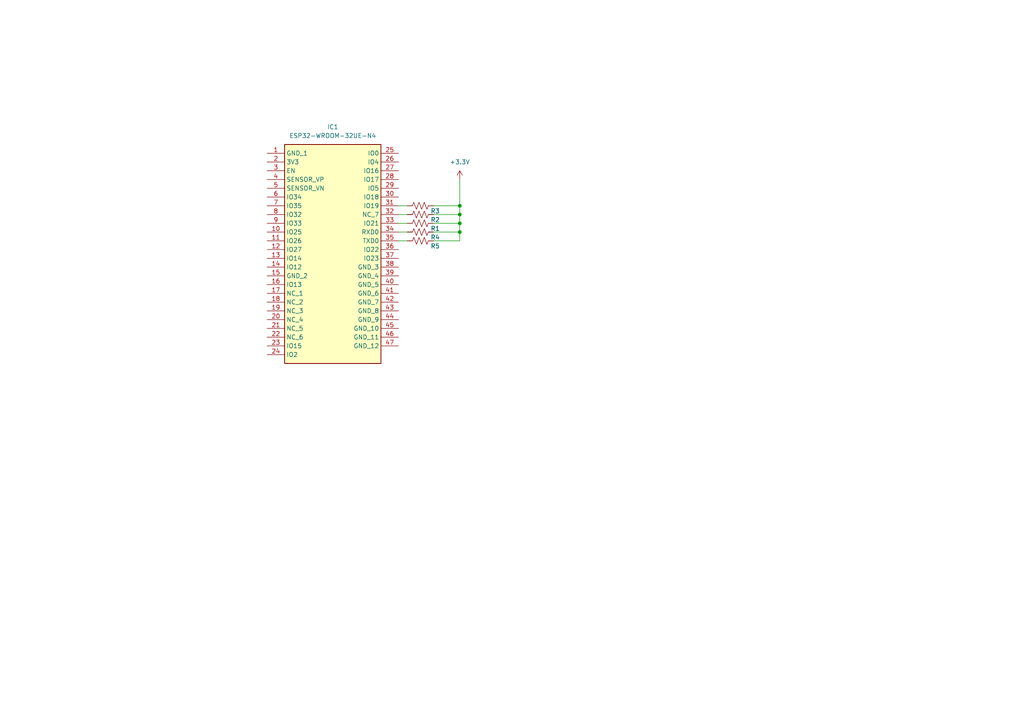
<source format=kicad_sch>
(kicad_sch
	(version 20250114)
	(generator "eeschema")
	(generator_version "9.0")
	(uuid "59b696e5-f0f5-454e-9ba2-f0c4da7fac80")
	(paper "A4")
	(lib_symbols
		(symbol "Device:R_US"
			(pin_numbers
				(hide yes)
			)
			(pin_names
				(offset 0)
			)
			(exclude_from_sim no)
			(in_bom yes)
			(on_board yes)
			(property "Reference" "R"
				(at 2.54 0 90)
				(effects
					(font
						(size 1.27 1.27)
					)
				)
			)
			(property "Value" "R_US"
				(at -2.54 0 90)
				(effects
					(font
						(size 1.27 1.27)
					)
				)
			)
			(property "Footprint" ""
				(at 1.016 -0.254 90)
				(effects
					(font
						(size 1.27 1.27)
					)
					(hide yes)
				)
			)
			(property "Datasheet" "~"
				(at 0 0 0)
				(effects
					(font
						(size 1.27 1.27)
					)
					(hide yes)
				)
			)
			(property "Description" "Resistor, US symbol"
				(at 0 0 0)
				(effects
					(font
						(size 1.27 1.27)
					)
					(hide yes)
				)
			)
			(property "ki_keywords" "R res resistor"
				(at 0 0 0)
				(effects
					(font
						(size 1.27 1.27)
					)
					(hide yes)
				)
			)
			(property "ki_fp_filters" "R_*"
				(at 0 0 0)
				(effects
					(font
						(size 1.27 1.27)
					)
					(hide yes)
				)
			)
			(symbol "R_US_0_1"
				(polyline
					(pts
						(xy 0 2.286) (xy 0 2.54)
					)
					(stroke
						(width 0)
						(type default)
					)
					(fill
						(type none)
					)
				)
				(polyline
					(pts
						(xy 0 2.286) (xy 1.016 1.905) (xy 0 1.524) (xy -1.016 1.143) (xy 0 0.762)
					)
					(stroke
						(width 0)
						(type default)
					)
					(fill
						(type none)
					)
				)
				(polyline
					(pts
						(xy 0 0.762) (xy 1.016 0.381) (xy 0 0) (xy -1.016 -0.381) (xy 0 -0.762)
					)
					(stroke
						(width 0)
						(type default)
					)
					(fill
						(type none)
					)
				)
				(polyline
					(pts
						(xy 0 -0.762) (xy 1.016 -1.143) (xy 0 -1.524) (xy -1.016 -1.905) (xy 0 -2.286)
					)
					(stroke
						(width 0)
						(type default)
					)
					(fill
						(type none)
					)
				)
				(polyline
					(pts
						(xy 0 -2.286) (xy 0 -2.54)
					)
					(stroke
						(width 0)
						(type default)
					)
					(fill
						(type none)
					)
				)
			)
			(symbol "R_US_1_1"
				(pin passive line
					(at 0 3.81 270)
					(length 1.27)
					(name "~"
						(effects
							(font
								(size 1.27 1.27)
							)
						)
					)
					(number "1"
						(effects
							(font
								(size 1.27 1.27)
							)
						)
					)
				)
				(pin passive line
					(at 0 -3.81 90)
					(length 1.27)
					(name "~"
						(effects
							(font
								(size 1.27 1.27)
							)
						)
					)
					(number "2"
						(effects
							(font
								(size 1.27 1.27)
							)
						)
					)
				)
			)
			(embedded_fonts no)
		)
		(symbol "ESP32-WROOM-32UE-N4:ESP32-WROOM-32UE-N4"
			(exclude_from_sim no)
			(in_bom yes)
			(on_board yes)
			(property "Reference" "IC"
				(at 34.29 7.62 0)
				(effects
					(font
						(size 1.27 1.27)
					)
					(justify left top)
				)
			)
			(property "Value" "ESP32-WROOM-32UE-N4"
				(at 34.29 5.08 0)
				(effects
					(font
						(size 1.27 1.27)
					)
					(justify left top)
				)
			)
			(property "Footprint" "ESP32WROOM32UEN4"
				(at 34.29 -94.92 0)
				(effects
					(font
						(size 1.27 1.27)
					)
					(justify left top)
					(hide yes)
				)
			)
			(property "Datasheet" "https://www.espressif.com/sites/default/files/documentation/esp32-wroom-32e_esp32-wroom-32ue_datasheet_en.pdf"
				(at 34.29 -194.92 0)
				(effects
					(font
						(size 1.27 1.27)
					)
					(justify left top)
					(hide yes)
				)
			)
			(property "Description" "WiFi Modules - 802.11 SMD module ESP32-WROOM-32UE, ESP32-D0WD-V3, ESP32 ECO V3, 4 MB SPI flash, IPEX antenna connector"
				(at 0 0 0)
				(effects
					(font
						(size 1.27 1.27)
					)
					(hide yes)
				)
			)
			(property "Height" "3.35"
				(at 34.29 -394.92 0)
				(effects
					(font
						(size 1.27 1.27)
					)
					(justify left top)
					(hide yes)
				)
			)
			(property "Manufacturer_Name" "Espressif Systems"
				(at 34.29 -494.92 0)
				(effects
					(font
						(size 1.27 1.27)
					)
					(justify left top)
					(hide yes)
				)
			)
			(property "Manufacturer_Part_Number" "ESP32-WROOM-32UE-N4"
				(at 34.29 -594.92 0)
				(effects
					(font
						(size 1.27 1.27)
					)
					(justify left top)
					(hide yes)
				)
			)
			(property "Mouser Part Number" "356-ESP32WRM32UE32UH"
				(at 34.29 -694.92 0)
				(effects
					(font
						(size 1.27 1.27)
					)
					(justify left top)
					(hide yes)
				)
			)
			(property "Mouser Price/Stock" "https://www.mouser.co.uk/ProductDetail/Espressif-Systems/ESP32-WROOM-32UE-N4?qs=Li%252BoUPsLEnsnnWrvUBU2ZA%3D%3D"
				(at 34.29 -794.92 0)
				(effects
					(font
						(size 1.27 1.27)
					)
					(justify left top)
					(hide yes)
				)
			)
			(property "Arrow Part Number" ""
				(at 34.29 -894.92 0)
				(effects
					(font
						(size 1.27 1.27)
					)
					(justify left top)
					(hide yes)
				)
			)
			(property "Arrow Price/Stock" ""
				(at 34.29 -994.92 0)
				(effects
					(font
						(size 1.27 1.27)
					)
					(justify left top)
					(hide yes)
				)
			)
			(symbol "ESP32-WROOM-32UE-N4_1_1"
				(rectangle
					(start 5.08 2.54)
					(end 33.02 -60.96)
					(stroke
						(width 0.254)
						(type default)
					)
					(fill
						(type background)
					)
				)
				(pin passive line
					(at 0 0 0)
					(length 5.08)
					(name "GND_1"
						(effects
							(font
								(size 1.27 1.27)
							)
						)
					)
					(number "1"
						(effects
							(font
								(size 1.27 1.27)
							)
						)
					)
				)
				(pin passive line
					(at 0 -2.54 0)
					(length 5.08)
					(name "3V3"
						(effects
							(font
								(size 1.27 1.27)
							)
						)
					)
					(number "2"
						(effects
							(font
								(size 1.27 1.27)
							)
						)
					)
				)
				(pin passive line
					(at 0 -5.08 0)
					(length 5.08)
					(name "EN"
						(effects
							(font
								(size 1.27 1.27)
							)
						)
					)
					(number "3"
						(effects
							(font
								(size 1.27 1.27)
							)
						)
					)
				)
				(pin passive line
					(at 0 -7.62 0)
					(length 5.08)
					(name "SENSOR_VP"
						(effects
							(font
								(size 1.27 1.27)
							)
						)
					)
					(number "4"
						(effects
							(font
								(size 1.27 1.27)
							)
						)
					)
				)
				(pin passive line
					(at 0 -10.16 0)
					(length 5.08)
					(name "SENSOR_VN"
						(effects
							(font
								(size 1.27 1.27)
							)
						)
					)
					(number "5"
						(effects
							(font
								(size 1.27 1.27)
							)
						)
					)
				)
				(pin passive line
					(at 0 -12.7 0)
					(length 5.08)
					(name "IO34"
						(effects
							(font
								(size 1.27 1.27)
							)
						)
					)
					(number "6"
						(effects
							(font
								(size 1.27 1.27)
							)
						)
					)
				)
				(pin passive line
					(at 0 -15.24 0)
					(length 5.08)
					(name "IO35"
						(effects
							(font
								(size 1.27 1.27)
							)
						)
					)
					(number "7"
						(effects
							(font
								(size 1.27 1.27)
							)
						)
					)
				)
				(pin passive line
					(at 0 -17.78 0)
					(length 5.08)
					(name "IO32"
						(effects
							(font
								(size 1.27 1.27)
							)
						)
					)
					(number "8"
						(effects
							(font
								(size 1.27 1.27)
							)
						)
					)
				)
				(pin passive line
					(at 0 -20.32 0)
					(length 5.08)
					(name "IO33"
						(effects
							(font
								(size 1.27 1.27)
							)
						)
					)
					(number "9"
						(effects
							(font
								(size 1.27 1.27)
							)
						)
					)
				)
				(pin passive line
					(at 0 -22.86 0)
					(length 5.08)
					(name "IO25"
						(effects
							(font
								(size 1.27 1.27)
							)
						)
					)
					(number "10"
						(effects
							(font
								(size 1.27 1.27)
							)
						)
					)
				)
				(pin passive line
					(at 0 -25.4 0)
					(length 5.08)
					(name "IO26"
						(effects
							(font
								(size 1.27 1.27)
							)
						)
					)
					(number "11"
						(effects
							(font
								(size 1.27 1.27)
							)
						)
					)
				)
				(pin passive line
					(at 0 -27.94 0)
					(length 5.08)
					(name "IO27"
						(effects
							(font
								(size 1.27 1.27)
							)
						)
					)
					(number "12"
						(effects
							(font
								(size 1.27 1.27)
							)
						)
					)
				)
				(pin passive line
					(at 0 -30.48 0)
					(length 5.08)
					(name "IO14"
						(effects
							(font
								(size 1.27 1.27)
							)
						)
					)
					(number "13"
						(effects
							(font
								(size 1.27 1.27)
							)
						)
					)
				)
				(pin passive line
					(at 0 -33.02 0)
					(length 5.08)
					(name "IO12"
						(effects
							(font
								(size 1.27 1.27)
							)
						)
					)
					(number "14"
						(effects
							(font
								(size 1.27 1.27)
							)
						)
					)
				)
				(pin passive line
					(at 0 -35.56 0)
					(length 5.08)
					(name "GND_2"
						(effects
							(font
								(size 1.27 1.27)
							)
						)
					)
					(number "15"
						(effects
							(font
								(size 1.27 1.27)
							)
						)
					)
				)
				(pin passive line
					(at 0 -38.1 0)
					(length 5.08)
					(name "IO13"
						(effects
							(font
								(size 1.27 1.27)
							)
						)
					)
					(number "16"
						(effects
							(font
								(size 1.27 1.27)
							)
						)
					)
				)
				(pin passive line
					(at 0 -40.64 0)
					(length 5.08)
					(name "NC_1"
						(effects
							(font
								(size 1.27 1.27)
							)
						)
					)
					(number "17"
						(effects
							(font
								(size 1.27 1.27)
							)
						)
					)
				)
				(pin passive line
					(at 0 -43.18 0)
					(length 5.08)
					(name "NC_2"
						(effects
							(font
								(size 1.27 1.27)
							)
						)
					)
					(number "18"
						(effects
							(font
								(size 1.27 1.27)
							)
						)
					)
				)
				(pin passive line
					(at 0 -45.72 0)
					(length 5.08)
					(name "NC_3"
						(effects
							(font
								(size 1.27 1.27)
							)
						)
					)
					(number "19"
						(effects
							(font
								(size 1.27 1.27)
							)
						)
					)
				)
				(pin passive line
					(at 0 -48.26 0)
					(length 5.08)
					(name "NC_4"
						(effects
							(font
								(size 1.27 1.27)
							)
						)
					)
					(number "20"
						(effects
							(font
								(size 1.27 1.27)
							)
						)
					)
				)
				(pin passive line
					(at 0 -50.8 0)
					(length 5.08)
					(name "NC_5"
						(effects
							(font
								(size 1.27 1.27)
							)
						)
					)
					(number "21"
						(effects
							(font
								(size 1.27 1.27)
							)
						)
					)
				)
				(pin passive line
					(at 0 -53.34 0)
					(length 5.08)
					(name "NC_6"
						(effects
							(font
								(size 1.27 1.27)
							)
						)
					)
					(number "22"
						(effects
							(font
								(size 1.27 1.27)
							)
						)
					)
				)
				(pin passive line
					(at 0 -55.88 0)
					(length 5.08)
					(name "IO15"
						(effects
							(font
								(size 1.27 1.27)
							)
						)
					)
					(number "23"
						(effects
							(font
								(size 1.27 1.27)
							)
						)
					)
				)
				(pin passive line
					(at 0 -58.42 0)
					(length 5.08)
					(name "IO2"
						(effects
							(font
								(size 1.27 1.27)
							)
						)
					)
					(number "24"
						(effects
							(font
								(size 1.27 1.27)
							)
						)
					)
				)
				(pin passive line
					(at 38.1 0 180)
					(length 5.08)
					(name "IO0"
						(effects
							(font
								(size 1.27 1.27)
							)
						)
					)
					(number "25"
						(effects
							(font
								(size 1.27 1.27)
							)
						)
					)
				)
				(pin passive line
					(at 38.1 -2.54 180)
					(length 5.08)
					(name "IO4"
						(effects
							(font
								(size 1.27 1.27)
							)
						)
					)
					(number "26"
						(effects
							(font
								(size 1.27 1.27)
							)
						)
					)
				)
				(pin passive line
					(at 38.1 -5.08 180)
					(length 5.08)
					(name "IO16"
						(effects
							(font
								(size 1.27 1.27)
							)
						)
					)
					(number "27"
						(effects
							(font
								(size 1.27 1.27)
							)
						)
					)
				)
				(pin passive line
					(at 38.1 -7.62 180)
					(length 5.08)
					(name "IO17"
						(effects
							(font
								(size 1.27 1.27)
							)
						)
					)
					(number "28"
						(effects
							(font
								(size 1.27 1.27)
							)
						)
					)
				)
				(pin passive line
					(at 38.1 -10.16 180)
					(length 5.08)
					(name "IO5"
						(effects
							(font
								(size 1.27 1.27)
							)
						)
					)
					(number "29"
						(effects
							(font
								(size 1.27 1.27)
							)
						)
					)
				)
				(pin passive line
					(at 38.1 -12.7 180)
					(length 5.08)
					(name "IO18"
						(effects
							(font
								(size 1.27 1.27)
							)
						)
					)
					(number "30"
						(effects
							(font
								(size 1.27 1.27)
							)
						)
					)
				)
				(pin passive line
					(at 38.1 -15.24 180)
					(length 5.08)
					(name "IO19"
						(effects
							(font
								(size 1.27 1.27)
							)
						)
					)
					(number "31"
						(effects
							(font
								(size 1.27 1.27)
							)
						)
					)
				)
				(pin passive line
					(at 38.1 -17.78 180)
					(length 5.08)
					(name "NC_7"
						(effects
							(font
								(size 1.27 1.27)
							)
						)
					)
					(number "32"
						(effects
							(font
								(size 1.27 1.27)
							)
						)
					)
				)
				(pin passive line
					(at 38.1 -20.32 180)
					(length 5.08)
					(name "IO21"
						(effects
							(font
								(size 1.27 1.27)
							)
						)
					)
					(number "33"
						(effects
							(font
								(size 1.27 1.27)
							)
						)
					)
				)
				(pin passive line
					(at 38.1 -22.86 180)
					(length 5.08)
					(name "RXD0"
						(effects
							(font
								(size 1.27 1.27)
							)
						)
					)
					(number "34"
						(effects
							(font
								(size 1.27 1.27)
							)
						)
					)
				)
				(pin passive line
					(at 38.1 -25.4 180)
					(length 5.08)
					(name "TXD0"
						(effects
							(font
								(size 1.27 1.27)
							)
						)
					)
					(number "35"
						(effects
							(font
								(size 1.27 1.27)
							)
						)
					)
				)
				(pin passive line
					(at 38.1 -27.94 180)
					(length 5.08)
					(name "IO22"
						(effects
							(font
								(size 1.27 1.27)
							)
						)
					)
					(number "36"
						(effects
							(font
								(size 1.27 1.27)
							)
						)
					)
				)
				(pin passive line
					(at 38.1 -30.48 180)
					(length 5.08)
					(name "IO23"
						(effects
							(font
								(size 1.27 1.27)
							)
						)
					)
					(number "37"
						(effects
							(font
								(size 1.27 1.27)
							)
						)
					)
				)
				(pin passive line
					(at 38.1 -33.02 180)
					(length 5.08)
					(name "GND_3"
						(effects
							(font
								(size 1.27 1.27)
							)
						)
					)
					(number "38"
						(effects
							(font
								(size 1.27 1.27)
							)
						)
					)
				)
				(pin passive line
					(at 38.1 -35.56 180)
					(length 5.08)
					(name "GND_4"
						(effects
							(font
								(size 1.27 1.27)
							)
						)
					)
					(number "39"
						(effects
							(font
								(size 1.27 1.27)
							)
						)
					)
				)
				(pin passive line
					(at 38.1 -38.1 180)
					(length 5.08)
					(name "GND_5"
						(effects
							(font
								(size 1.27 1.27)
							)
						)
					)
					(number "40"
						(effects
							(font
								(size 1.27 1.27)
							)
						)
					)
				)
				(pin passive line
					(at 38.1 -40.64 180)
					(length 5.08)
					(name "GND_6"
						(effects
							(font
								(size 1.27 1.27)
							)
						)
					)
					(number "41"
						(effects
							(font
								(size 1.27 1.27)
							)
						)
					)
				)
				(pin passive line
					(at 38.1 -43.18 180)
					(length 5.08)
					(name "GND_7"
						(effects
							(font
								(size 1.27 1.27)
							)
						)
					)
					(number "42"
						(effects
							(font
								(size 1.27 1.27)
							)
						)
					)
				)
				(pin passive line
					(at 38.1 -45.72 180)
					(length 5.08)
					(name "GND_8"
						(effects
							(font
								(size 1.27 1.27)
							)
						)
					)
					(number "43"
						(effects
							(font
								(size 1.27 1.27)
							)
						)
					)
				)
				(pin passive line
					(at 38.1 -48.26 180)
					(length 5.08)
					(name "GND_9"
						(effects
							(font
								(size 1.27 1.27)
							)
						)
					)
					(number "44"
						(effects
							(font
								(size 1.27 1.27)
							)
						)
					)
				)
				(pin passive line
					(at 38.1 -50.8 180)
					(length 5.08)
					(name "GND_10"
						(effects
							(font
								(size 1.27 1.27)
							)
						)
					)
					(number "45"
						(effects
							(font
								(size 1.27 1.27)
							)
						)
					)
				)
				(pin passive line
					(at 38.1 -53.34 180)
					(length 5.08)
					(name "GND_11"
						(effects
							(font
								(size 1.27 1.27)
							)
						)
					)
					(number "46"
						(effects
							(font
								(size 1.27 1.27)
							)
						)
					)
				)
				(pin passive line
					(at 38.1 -55.88 180)
					(length 5.08)
					(name "GND_12"
						(effects
							(font
								(size 1.27 1.27)
							)
						)
					)
					(number "47"
						(effects
							(font
								(size 1.27 1.27)
							)
						)
					)
				)
			)
			(embedded_fonts no)
		)
		(symbol "power:+3.3V"
			(power)
			(pin_numbers
				(hide yes)
			)
			(pin_names
				(offset 0)
				(hide yes)
			)
			(exclude_from_sim no)
			(in_bom yes)
			(on_board yes)
			(property "Reference" "#PWR"
				(at 0 -3.81 0)
				(effects
					(font
						(size 1.27 1.27)
					)
					(hide yes)
				)
			)
			(property "Value" "+3.3V"
				(at 0 3.556 0)
				(effects
					(font
						(size 1.27 1.27)
					)
				)
			)
			(property "Footprint" ""
				(at 0 0 0)
				(effects
					(font
						(size 1.27 1.27)
					)
					(hide yes)
				)
			)
			(property "Datasheet" ""
				(at 0 0 0)
				(effects
					(font
						(size 1.27 1.27)
					)
					(hide yes)
				)
			)
			(property "Description" "Power symbol creates a global label with name \"+3.3V\""
				(at 0 0 0)
				(effects
					(font
						(size 1.27 1.27)
					)
					(hide yes)
				)
			)
			(property "ki_keywords" "global power"
				(at 0 0 0)
				(effects
					(font
						(size 1.27 1.27)
					)
					(hide yes)
				)
			)
			(symbol "+3.3V_0_1"
				(polyline
					(pts
						(xy -0.762 1.27) (xy 0 2.54)
					)
					(stroke
						(width 0)
						(type default)
					)
					(fill
						(type none)
					)
				)
				(polyline
					(pts
						(xy 0 2.54) (xy 0.762 1.27)
					)
					(stroke
						(width 0)
						(type default)
					)
					(fill
						(type none)
					)
				)
				(polyline
					(pts
						(xy 0 0) (xy 0 2.54)
					)
					(stroke
						(width 0)
						(type default)
					)
					(fill
						(type none)
					)
				)
			)
			(symbol "+3.3V_1_1"
				(pin power_in line
					(at 0 0 90)
					(length 0)
					(name "~"
						(effects
							(font
								(size 1.27 1.27)
							)
						)
					)
					(number "1"
						(effects
							(font
								(size 1.27 1.27)
							)
						)
					)
				)
			)
			(embedded_fonts no)
		)
	)
	(junction
		(at 133.35 59.69)
		(diameter 0)
		(color 0 0 0 0)
		(uuid "71eb8097-81b8-4268-b24c-4124f7cfe51b")
	)
	(junction
		(at 133.35 62.23)
		(diameter 0)
		(color 0 0 0 0)
		(uuid "83b22fc8-c6bd-4c35-8eb2-dc6714f34ed2")
	)
	(junction
		(at 133.35 64.77)
		(diameter 0)
		(color 0 0 0 0)
		(uuid "b28d1ac1-f786-4087-bf8d-e670b42c0a36")
	)
	(junction
		(at 133.35 67.31)
		(diameter 0)
		(color 0 0 0 0)
		(uuid "ea6570cc-84a7-4b38-af83-6cc83eb4dc5a")
	)
	(wire
		(pts
			(xy 115.57 69.85) (xy 118.11 69.85)
		)
		(stroke
			(width 0)
			(type default)
		)
		(uuid "21d42936-c2c0-47cd-bf07-8b610952ab8b")
	)
	(wire
		(pts
			(xy 133.35 52.07) (xy 133.35 59.69)
		)
		(stroke
			(width 0)
			(type default)
		)
		(uuid "35f1a119-18f5-4db2-bc20-dba54c6fb46a")
	)
	(wire
		(pts
			(xy 115.57 67.31) (xy 118.11 67.31)
		)
		(stroke
			(width 0)
			(type default)
		)
		(uuid "5af4a26f-d4ca-4bad-9230-189bd5a24595")
	)
	(wire
		(pts
			(xy 133.35 69.85) (xy 133.35 67.31)
		)
		(stroke
			(width 0)
			(type default)
		)
		(uuid "6eef8961-efe6-4617-bdc9-aa464231fb2a")
	)
	(wire
		(pts
			(xy 133.35 67.31) (xy 133.35 64.77)
		)
		(stroke
			(width 0)
			(type default)
		)
		(uuid "8e3accdc-af3d-4a67-9d91-814c2c72e78a")
	)
	(wire
		(pts
			(xy 115.57 64.77) (xy 118.11 64.77)
		)
		(stroke
			(width 0)
			(type default)
		)
		(uuid "90ab5bc2-aa39-4cc4-9dcf-00a3923bf60b")
	)
	(wire
		(pts
			(xy 125.73 62.23) (xy 133.35 62.23)
		)
		(stroke
			(width 0)
			(type default)
		)
		(uuid "91f138d3-c747-4929-8410-f4e97ac5f8e0")
	)
	(wire
		(pts
			(xy 115.57 59.69) (xy 118.11 59.69)
		)
		(stroke
			(width 0)
			(type default)
		)
		(uuid "92bda424-b91c-40cc-bc72-499d14cb5571")
	)
	(wire
		(pts
			(xy 125.73 67.31) (xy 133.35 67.31)
		)
		(stroke
			(width 0)
			(type default)
		)
		(uuid "9c3383a7-67a7-40fd-981f-a141e71d5467")
	)
	(wire
		(pts
			(xy 133.35 62.23) (xy 133.35 59.69)
		)
		(stroke
			(width 0)
			(type default)
		)
		(uuid "a3b1a489-d197-470b-8bcc-3865a17995d4")
	)
	(wire
		(pts
			(xy 115.57 62.23) (xy 118.11 62.23)
		)
		(stroke
			(width 0)
			(type default)
		)
		(uuid "d4c73fe0-aee1-4b1f-ac45-01292c26e570")
	)
	(wire
		(pts
			(xy 133.35 64.77) (xy 133.35 62.23)
		)
		(stroke
			(width 0)
			(type default)
		)
		(uuid "d9cabe64-fe57-47db-a38e-16a2353fbd31")
	)
	(wire
		(pts
			(xy 125.73 69.85) (xy 133.35 69.85)
		)
		(stroke
			(width 0)
			(type default)
		)
		(uuid "e92cb632-b082-45c2-8978-c99ffbf185fa")
	)
	(wire
		(pts
			(xy 125.73 59.69) (xy 133.35 59.69)
		)
		(stroke
			(width 0)
			(type default)
		)
		(uuid "fa2ea9b9-1630-43d0-80ec-de9df3c9ae24")
	)
	(wire
		(pts
			(xy 125.73 64.77) (xy 133.35 64.77)
		)
		(stroke
			(width 0)
			(type default)
		)
		(uuid "fc03ce9a-07d8-40a1-bdc5-f478d56c75ef")
	)
	(symbol
		(lib_id "Device:R_US")
		(at 121.92 62.23 90)
		(unit 1)
		(exclude_from_sim no)
		(in_bom yes)
		(on_board yes)
		(dnp no)
		(uuid "3357c12b-07ba-47b2-8be0-e3748cbe321e")
		(property "Reference" "R2"
			(at 126.238 63.754 90)
			(effects
				(font
					(size 1.27 1.27)
				)
			)
		)
		(property "Value" "R_US"
			(at 121.92 58.42 90)
			(effects
				(font
					(size 1.27 1.27)
				)
				(hide yes)
			)
		)
		(property "Footprint" "Resistor_SMD:R_0603_1608Metric"
			(at 122.174 61.214 90)
			(effects
				(font
					(size 1.27 1.27)
				)
				(hide yes)
			)
		)
		(property "Datasheet" "~"
			(at 121.92 62.23 0)
			(effects
				(font
					(size 1.27 1.27)
				)
				(hide yes)
			)
		)
		(property "Description" "Resistor, US symbol"
			(at 121.92 62.23 0)
			(effects
				(font
					(size 1.27 1.27)
				)
				(hide yes)
			)
		)
		(pin "2"
			(uuid "1b112ebf-cc67-460b-9f4a-4727a7d9574a")
		)
		(pin "1"
			(uuid "55a7073f-32c1-44d8-9985-6d8d0d917bbc")
		)
		(instances
			(project "sample"
				(path "/59b696e5-f0f5-454e-9ba2-f0c4da7fac80"
					(reference "R2")
					(unit 1)
				)
			)
		)
	)
	(symbol
		(lib_id "Device:R_US")
		(at 121.92 69.85 90)
		(unit 1)
		(exclude_from_sim no)
		(in_bom yes)
		(on_board yes)
		(dnp no)
		(uuid "6853b9b9-7430-42c4-a01c-7fa95836b835")
		(property "Reference" "R5"
			(at 126.238 71.374 90)
			(effects
				(font
					(size 1.27 1.27)
				)
			)
		)
		(property "Value" "R_US"
			(at 121.92 66.04 90)
			(effects
				(font
					(size 1.27 1.27)
				)
				(hide yes)
			)
		)
		(property "Footprint" "Resistor_SMD:R_0603_1608Metric"
			(at 122.174 68.834 90)
			(effects
				(font
					(size 1.27 1.27)
				)
				(hide yes)
			)
		)
		(property "Datasheet" "~"
			(at 121.92 69.85 0)
			(effects
				(font
					(size 1.27 1.27)
				)
				(hide yes)
			)
		)
		(property "Description" "Resistor, US symbol"
			(at 121.92 69.85 0)
			(effects
				(font
					(size 1.27 1.27)
				)
				(hide yes)
			)
		)
		(pin "2"
			(uuid "bd630e99-f1e1-4243-a8e7-e681d3b29ad7")
		)
		(pin "1"
			(uuid "f20124dc-132f-4b1d-ae5b-e037610c18f5")
		)
		(instances
			(project "sample"
				(path "/59b696e5-f0f5-454e-9ba2-f0c4da7fac80"
					(reference "R5")
					(unit 1)
				)
			)
		)
	)
	(symbol
		(lib_id "Device:R_US")
		(at 121.92 64.77 90)
		(unit 1)
		(exclude_from_sim no)
		(in_bom yes)
		(on_board yes)
		(dnp no)
		(uuid "6e9a6d2f-dd07-4cef-9c26-1d172e7e3add")
		(property "Reference" "R1"
			(at 126.238 66.294 90)
			(effects
				(font
					(size 1.27 1.27)
				)
			)
		)
		(property "Value" "R_US"
			(at 121.92 60.96 90)
			(effects
				(font
					(size 1.27 1.27)
				)
				(hide yes)
			)
		)
		(property "Footprint" "Resistor_SMD:R_0603_1608Metric"
			(at 122.174 63.754 90)
			(effects
				(font
					(size 1.27 1.27)
				)
				(hide yes)
			)
		)
		(property "Datasheet" "~"
			(at 121.92 64.77 0)
			(effects
				(font
					(size 1.27 1.27)
				)
				(hide yes)
			)
		)
		(property "Description" "Resistor, US symbol"
			(at 121.92 64.77 0)
			(effects
				(font
					(size 1.27 1.27)
				)
				(hide yes)
			)
		)
		(pin "2"
			(uuid "aae04a7a-0323-4eef-8661-31135f49e72d")
		)
		(pin "1"
			(uuid "7f0632f1-16b8-4735-bde8-2fb607b8763c")
		)
		(instances
			(project "sample"
				(path "/59b696e5-f0f5-454e-9ba2-f0c4da7fac80"
					(reference "R1")
					(unit 1)
				)
			)
		)
	)
	(symbol
		(lib_id "Device:R_US")
		(at 121.92 59.69 90)
		(unit 1)
		(exclude_from_sim no)
		(in_bom yes)
		(on_board yes)
		(dnp no)
		(uuid "7996464c-5831-4630-81a0-80d76c4f946e")
		(property "Reference" "R3"
			(at 126.238 61.214 90)
			(effects
				(font
					(size 1.27 1.27)
				)
			)
		)
		(property "Value" "R_US"
			(at 121.92 55.88 90)
			(effects
				(font
					(size 1.27 1.27)
				)
				(hide yes)
			)
		)
		(property "Footprint" "Resistor_SMD:R_0603_1608Metric"
			(at 122.174 58.674 90)
			(effects
				(font
					(size 1.27 1.27)
				)
				(hide yes)
			)
		)
		(property "Datasheet" "~"
			(at 121.92 59.69 0)
			(effects
				(font
					(size 1.27 1.27)
				)
				(hide yes)
			)
		)
		(property "Description" "Resistor, US symbol"
			(at 121.92 59.69 0)
			(effects
				(font
					(size 1.27 1.27)
				)
				(hide yes)
			)
		)
		(pin "2"
			(uuid "a1653b23-27f4-4dec-9877-9ce0304ace62")
		)
		(pin "1"
			(uuid "5038434d-76ca-4202-b41c-6e1dbbde450a")
		)
		(instances
			(project "sample"
				(path "/59b696e5-f0f5-454e-9ba2-f0c4da7fac80"
					(reference "R3")
					(unit 1)
				)
			)
		)
	)
	(symbol
		(lib_id "Device:R_US")
		(at 121.92 67.31 90)
		(unit 1)
		(exclude_from_sim no)
		(in_bom yes)
		(on_board yes)
		(dnp no)
		(uuid "9cae8836-db3a-4ea3-8ec8-c9aca2b703cb")
		(property "Reference" "R4"
			(at 126.238 68.834 90)
			(effects
				(font
					(size 1.27 1.27)
				)
			)
		)
		(property "Value" "R_US"
			(at 121.92 63.5 90)
			(effects
				(font
					(size 1.27 1.27)
				)
				(hide yes)
			)
		)
		(property "Footprint" "Resistor_SMD:R_0603_1608Metric"
			(at 122.174 66.294 90)
			(effects
				(font
					(size 1.27 1.27)
				)
				(hide yes)
			)
		)
		(property "Datasheet" "~"
			(at 121.92 67.31 0)
			(effects
				(font
					(size 1.27 1.27)
				)
				(hide yes)
			)
		)
		(property "Description" "Resistor, US symbol"
			(at 121.92 67.31 0)
			(effects
				(font
					(size 1.27 1.27)
				)
				(hide yes)
			)
		)
		(pin "2"
			(uuid "9354b6d3-30a6-41c5-8c71-a41501af159c")
		)
		(pin "1"
			(uuid "18e7a96a-1b59-46d6-abf6-4b2bd9a38d03")
		)
		(instances
			(project "sample"
				(path "/59b696e5-f0f5-454e-9ba2-f0c4da7fac80"
					(reference "R4")
					(unit 1)
				)
			)
		)
	)
	(symbol
		(lib_id "power:+3.3V")
		(at 133.35 52.07 0)
		(unit 1)
		(exclude_from_sim no)
		(in_bom yes)
		(on_board yes)
		(dnp no)
		(fields_autoplaced yes)
		(uuid "ba462be6-7c23-4059-b613-10c39ef0731c")
		(property "Reference" "#PWR01"
			(at 133.35 55.88 0)
			(effects
				(font
					(size 1.27 1.27)
				)
				(hide yes)
			)
		)
		(property "Value" "+3.3V"
			(at 133.35 46.99 0)
			(effects
				(font
					(size 1.27 1.27)
				)
			)
		)
		(property "Footprint" ""
			(at 133.35 52.07 0)
			(effects
				(font
					(size 1.27 1.27)
				)
				(hide yes)
			)
		)
		(property "Datasheet" ""
			(at 133.35 52.07 0)
			(effects
				(font
					(size 1.27 1.27)
				)
				(hide yes)
			)
		)
		(property "Description" "Power symbol creates a global label with name \"+3.3V\""
			(at 133.35 52.07 0)
			(effects
				(font
					(size 1.27 1.27)
				)
				(hide yes)
			)
		)
		(pin "1"
			(uuid "e94044a6-055c-446d-b690-dad1383bb87c")
		)
		(instances
			(project ""
				(path "/59b696e5-f0f5-454e-9ba2-f0c4da7fac80"
					(reference "#PWR01")
					(unit 1)
				)
			)
		)
	)
	(symbol
		(lib_id "ESP32-WROOM-32UE-N4:ESP32-WROOM-32UE-N4")
		(at 77.47 44.45 0)
		(unit 1)
		(exclude_from_sim no)
		(in_bom yes)
		(on_board yes)
		(dnp no)
		(fields_autoplaced yes)
		(uuid "bb1d9129-af06-42e5-b2de-bfd5ffde1748")
		(property "Reference" "IC1"
			(at 96.52 36.83 0)
			(effects
				(font
					(size 1.27 1.27)
				)
			)
		)
		(property "Value" "ESP32-WROOM-32UE-N4"
			(at 96.52 39.37 0)
			(effects
				(font
					(size 1.27 1.27)
				)
			)
		)
		(property "Footprint" "RF_Module:ESP32-WROOM-32D"
			(at 111.76 139.37 0)
			(effects
				(font
					(size 1.27 1.27)
				)
				(justify left top)
				(hide yes)
			)
		)
		(property "Datasheet" "https://www.espressif.com/sites/default/files/documentation/esp32-wroom-32e_esp32-wroom-32ue_datasheet_en.pdf"
			(at 111.76 239.37 0)
			(effects
				(font
					(size 1.27 1.27)
				)
				(justify left top)
				(hide yes)
			)
		)
		(property "Description" "WiFi Modules - 802.11 SMD module ESP32-WROOM-32UE, ESP32-D0WD-V3, ESP32 ECO V3, 4 MB SPI flash, IPEX antenna connector"
			(at 77.47 44.45 0)
			(effects
				(font
					(size 1.27 1.27)
				)
				(hide yes)
			)
		)
		(property "Height" "3.35"
			(at 111.76 439.37 0)
			(effects
				(font
					(size 1.27 1.27)
				)
				(justify left top)
				(hide yes)
			)
		)
		(property "Manufacturer_Name" "Espressif Systems"
			(at 111.76 539.37 0)
			(effects
				(font
					(size 1.27 1.27)
				)
				(justify left top)
				(hide yes)
			)
		)
		(property "Manufacturer_Part_Number" "ESP32-WROOM-32UE-N4"
			(at 111.76 639.37 0)
			(effects
				(font
					(size 1.27 1.27)
				)
				(justify left top)
				(hide yes)
			)
		)
		(property "Mouser Part Number" "356-ESP32WRM32UE32UH"
			(at 111.76 739.37 0)
			(effects
				(font
					(size 1.27 1.27)
				)
				(justify left top)
				(hide yes)
			)
		)
		(property "Mouser Price/Stock" "https://www.mouser.co.uk/ProductDetail/Espressif-Systems/ESP32-WROOM-32UE-N4?qs=Li%252BoUPsLEnsnnWrvUBU2ZA%3D%3D"
			(at 111.76 839.37 0)
			(effects
				(font
					(size 1.27 1.27)
				)
				(justify left top)
				(hide yes)
			)
		)
		(property "Arrow Part Number" ""
			(at 111.76 939.37 0)
			(effects
				(font
					(size 1.27 1.27)
				)
				(justify left top)
				(hide yes)
			)
		)
		(property "Arrow Price/Stock" ""
			(at 111.76 1039.37 0)
			(effects
				(font
					(size 1.27 1.27)
				)
				(justify left top)
				(hide yes)
			)
		)
		(pin "10"
			(uuid "8c19a335-043f-4b50-9b4b-250df5afb4f0")
		)
		(pin "3"
			(uuid "1a8ec23d-b04e-44aa-80a2-1ea410b020d9")
		)
		(pin "2"
			(uuid "e01c7fb1-c504-45c4-8442-3bb17cf675e5")
		)
		(pin "6"
			(uuid "82281cb1-1f93-4757-8345-287c2febbbdb")
		)
		(pin "1"
			(uuid "40cfbcc1-94dc-43c6-93ae-8f765a3ca2b0")
		)
		(pin "4"
			(uuid "50c85851-1196-40e4-ac4f-e9d84eb014d3")
		)
		(pin "8"
			(uuid "f6774319-15c4-4fec-90d7-ff3bd505dfe1")
		)
		(pin "9"
			(uuid "4634c375-a83f-428b-95b0-11b918e09cf7")
		)
		(pin "5"
			(uuid "d298b825-ff4e-4306-b96c-603c9b8cc78a")
		)
		(pin "7"
			(uuid "7e3a7fd5-0f54-493e-a11c-1599010f4b52")
		)
		(pin "19"
			(uuid "6704b86c-e06c-42b0-9fea-b731faf99e15")
		)
		(pin "15"
			(uuid "471ba270-82aa-45b7-a3f1-ae8c2f03213c")
		)
		(pin "33"
			(uuid "f58a867b-7678-451d-aeea-8b109691918c")
		)
		(pin "36"
			(uuid "026c5b99-d0ea-4e6a-b41f-5ea9a296f843")
		)
		(pin "34"
			(uuid "fd6eae50-6f7a-46e9-b980-ace68204f9ea")
		)
		(pin "39"
			(uuid "8f9fb1c9-45cf-4557-9e61-8548f6b41d3b")
		)
		(pin "41"
			(uuid "3eb708b3-06d2-4084-8815-e829c8c3c2a0")
		)
		(pin "12"
			(uuid "9cd916b5-357d-417d-8527-835cf717aefb")
		)
		(pin "17"
			(uuid "9ad5c58c-38b1-4085-9f3b-c068802a0cbc")
		)
		(pin "20"
			(uuid "5fdd1076-4c6e-483c-9b87-dbb0782f8890")
		)
		(pin "30"
			(uuid "3a1a8f4c-8d0e-4ebb-8c14-11ad6fd424fb")
		)
		(pin "14"
			(uuid "ecd815e6-9634-44f8-a415-dc315d82f666")
		)
		(pin "22"
			(uuid "42476beb-c3dc-4d56-ab86-510e037cad19")
		)
		(pin "26"
			(uuid "e17bad72-7bef-4a3a-8369-19432a505531")
		)
		(pin "25"
			(uuid "51747bd7-078e-49b9-8b51-afcb88a577a9")
		)
		(pin "11"
			(uuid "e03862b7-3329-48bc-a7ce-22668400a96c")
		)
		(pin "32"
			(uuid "1b66d444-6a09-4f4c-9207-dc55d8710419")
		)
		(pin "31"
			(uuid "24f006d1-d8dc-44e3-983f-5e901e97e1d8")
		)
		(pin "21"
			(uuid "6091ddc8-645e-469b-bb63-35b50b7e6692")
		)
		(pin "16"
			(uuid "d512149f-fb09-4204-b05a-a5e36596d254")
		)
		(pin "18"
			(uuid "ae7f4193-9d47-46df-886d-fdabcd14e774")
		)
		(pin "23"
			(uuid "a49b711e-1bbc-4fac-9045-e4eaedaf5734")
		)
		(pin "13"
			(uuid "e477042b-8339-4e8f-b962-71a092c9edd0")
		)
		(pin "27"
			(uuid "6f017cce-15d3-499e-bdf1-f6472381ec70")
		)
		(pin "29"
			(uuid "143c0cf7-00e8-4cb0-b4f8-2e75217cb7a2")
		)
		(pin "28"
			(uuid "970f3fd7-1181-42d0-afc4-0a0da16aa886")
		)
		(pin "24"
			(uuid "5846d298-1834-4ec9-9a4e-f81690180fe7")
		)
		(pin "35"
			(uuid "dee4036c-00ea-4284-902a-cd5660330aed")
		)
		(pin "37"
			(uuid "692c3f77-4d3c-447f-affa-98825ac49d1f")
		)
		(pin "38"
			(uuid "371da7a4-ab5f-4698-aae5-c9b5af3c1e44")
		)
		(pin "40"
			(uuid "0d68ae8e-0f14-4efb-98c1-f3614b0f9927")
		)
		(pin "42"
			(uuid "98acfc2b-8f73-4088-a3a1-8d5e6e33f069")
		)
		(pin "43"
			(uuid "b892cab4-6a2a-4ca1-aeae-0c645a430412")
		)
		(pin "44"
			(uuid "affa0f0e-69da-4398-97a0-aad6863712e2")
		)
		(pin "45"
			(uuid "5e12d856-d05d-4981-8a37-d26de1908165")
		)
		(pin "46"
			(uuid "3d7418df-edcb-471f-9a6d-49d4020868a0")
		)
		(pin "47"
			(uuid "da4f5c53-99dd-4b8f-884c-e9090ec604dc")
		)
		(instances
			(project ""
				(path "/59b696e5-f0f5-454e-9ba2-f0c4da7fac80"
					(reference "IC1")
					(unit 1)
				)
			)
		)
	)
	(sheet_instances
		(path "/"
			(page "1")
		)
	)
	(embedded_fonts no)
)

</source>
